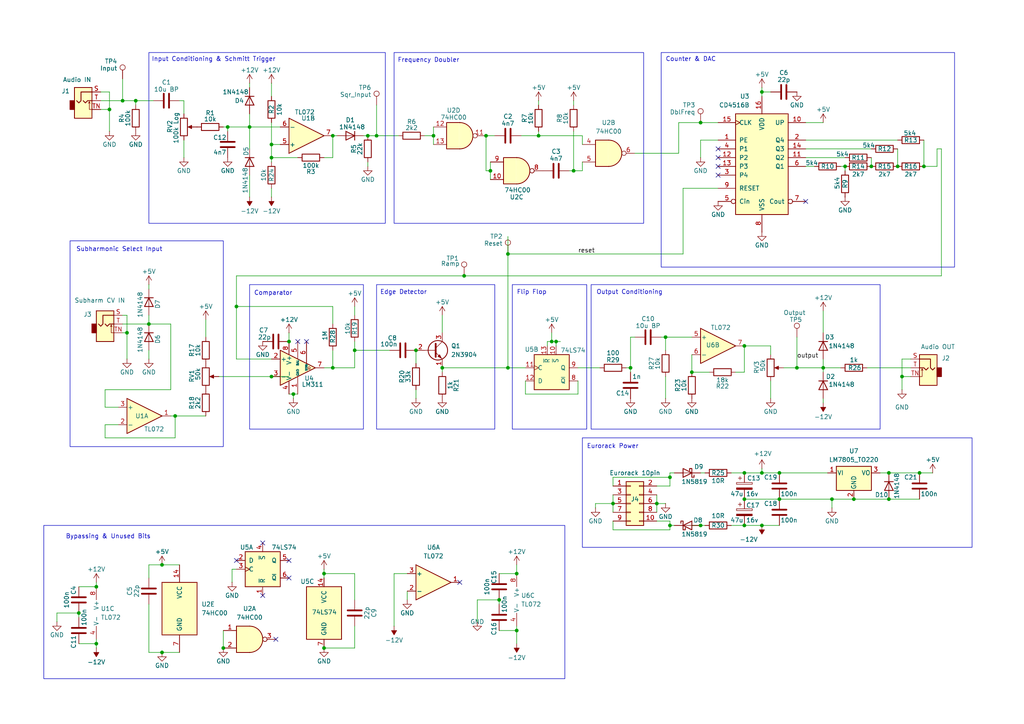
<source format=kicad_sch>
(kicad_sch (version 20250114) (generator "eeschema") (generator_version "9.0")
  (paper "A4")
  (title_block (title "Subharmolizer Schematic") (date "2025-10-18") (rev "3") (company "molen, inc."))
  (rectangle (start 43.18 15.24) (end 111.76 64.77))
  (rectangle (start 109.22 82.55) (end 143.51 124.46))
  (rectangle (start 12.7 152.4) (end 163.83 196.85))
  (rectangle (start 114.3 15.24) (end 186.69 64.77))
  (rectangle (start 148.59 82.55) (end 170.18 124.46))
  (rectangle (start 171.45 82.55) (end 255.27 124.46))
  (rectangle (start 168.91 127) (end 281.94 158.75))
  (rectangle (start 20.32 69.85) (end 64.77 129.54))
  (rectangle (start 72.39 82.55) (end 105.41 124.46))
  (rectangle (start 191.77 15.24) (end 276.86 77.47))
  (text "Bypassing & Unused Bits" (at 19.05 155.702 0) (effects (font (size 1.27 1.27)) (justify left)))
  (text "Eurorack Power" (at 170.18 129.54 0) (effects (font (size 1.27 1.27)) (justify left)))
  (text "Frequency Doubler" (at 115.316 17.526 0) (effects (font (size 1.27 1.27)) (justify left)))
  (text "Counter & DAC" (at 193.04 17.272 0) (effects (font (size 1.27 1.27)) (justify left)))
  (text "Edge Detector" (at 110.236 84.836 0) (effects (font (size 1.27 1.27)) (justify left)))
  (text "Input Conditioning & Schmitt Trigger" (at 61.976 17.272 0) (effects (font (size 1.27 1.27))))
  (text "Flip Flop" (at 149.86 84.836 0) (effects (font (size 1.27 1.27)) (justify left)))
  (text "Output Conditioning" (at 172.974 84.836 0) (effects (font (size 1.27 1.27)) (justify left)))
  (text "Comparator" (at 73.66 85.09 0) (effects (font (size 1.27 1.27)) (justify left)))
  (text "Subharmonic Select Input" (at 22.098 72.39 0) (effects (font (size 1.27 1.27)) (justify left)))
  (junction (at 109.22 39.37))
  (junction (at 245.11 48.26))
  (junction (at 46.99 163.83))
  (junction (at 238.76 106.68))
  (junction (at 35.56 29.21))
  (junction (at 144.78 173.99))
  (junction (at 193.04 97.79))
  (junction (at 128.27 106.68))
  (junction (at 257.81 144.78))
  (junction (at 125.73 39.37))
  (junction (at 149.86 182.88))
  (junction (at 83.82 99.06))
  (junction (at 166.37 49.53))
  (junction (at 156.21 39.37))
  (junction (at 27.94 170.18))
  (junction (at 78.74 109.22))
  (junction (at 39.37 29.21))
  (junction (at 220.98 152.4))
  (junction (at 241.3 144.78))
  (junction (at 31.75 31.75))
  (junction (at 27.94 186.69))
  (junction (at 215.9 100.33))
  (junction (at 78.74 45.72))
  (junction (at 161.29 99.06))
  (junction (at 134.62 80.01))
  (junction (at 215.9 144.78))
  (junction (at 50.8 120.65))
  (junction (at 66.04 36.83))
  (junction (at 147.32 106.68))
  (junction (at 194.31 152.4))
  (junction (at 200.66 107.95))
  (junction (at 147.32 73.66))
  (junction (at 149.86 166.37))
  (junction (at 261.62 109.22))
  (junction (at 36.83 96.52))
  (junction (at 267.97 48.26))
  (junction (at 203.2 152.4))
  (junction (at 190.5 146.05))
  (junction (at 85.09 114.3))
  (junction (at 22.86 177.8))
  (junction (at 226.06 137.16))
  (junction (at 231.14 106.68))
  (junction (at 106.68 39.37))
  (junction (at 194.31 138.43))
  (junction (at 247.65 144.78))
  (junction (at 160.02 99.06))
  (junction (at 96.52 106.68))
  (junction (at 78.74 41.91))
  (junction (at 260.35 48.26))
  (junction (at 64.77 187.96))
  (junction (at 215.9 137.16))
  (junction (at 93.98 166.37))
  (junction (at 252.73 48.26))
  (junction (at 142.24 49.53))
  (junction (at 43.18 93.98))
  (junction (at 266.7 137.16))
  (junction (at 140.97 39.37))
  (junction (at 203.2 35.56))
  (junction (at 182.88 106.68))
  (junction (at 72.39 36.83))
  (junction (at 68.58 88.9))
  (junction (at 96.52 39.37))
  (junction (at 215.9 152.4))
  (junction (at 220.98 137.16))
  (junction (at 177.8 146.05))
  (junction (at 102.87 101.6))
  (junction (at 120.65 101.6))
  (junction (at 46.99 189.23))
  (junction (at 93.98 187.96))
  (junction (at 220.98 26.67))
  (junction (at 226.06 144.78))
  (junction (at 257.81 137.16))
  (no_connect (at 208.28 50.8))
  (no_connect (at 83.82 162.56))
  (no_connect (at 68.58 162.56))
  (no_connect (at 208.28 43.18))
  (no_connect (at 86.36 99.06))
  (no_connect (at 83.82 167.64))
  (no_connect (at 76.2 157.48))
  (no_connect (at 208.28 45.72))
  (no_connect (at 233.68 58.42))
  (no_connect (at 76.2 172.72))
  (no_connect (at 88.9 99.06))
  (no_connect (at 133.35 168.91))
  (no_connect (at 80.01 185.42))
  (no_connect (at 208.28 48.26))
  (wire (pts (xy 143.51 39.37) (xy 140.97 39.37)))
  (wire (pts (xy 245.11 48.26) (xy 245.11 49.53)))
  (wire (pts (xy 128.27 91.44) (xy 128.27 96.52)))
  (wire (pts (xy 113.03 101.6) (xy 102.87 101.6)))
  (wire (pts (xy 144.78 182.88) (xy 149.86 182.88)))
  (wire (pts (xy 142.24 49.53) (xy 142.24 52.07)))
  (wire (pts (xy 140.97 49.53) (xy 142.24 49.53)))
  (wire (pts (xy 190.5 140.97) (xy 194.31 140.97)))
  (wire (pts (xy 35.56 29.21) (xy 39.37 29.21)))
  (wire (pts (xy 138.43 173.99) (xy 144.78 173.99)))
  (wire (pts (xy 102.87 88.9) (xy 102.87 91.44)))
  (wire (pts (xy 128.27 107.95) (xy 128.27 106.68)))
  (wire (pts (xy 68.58 88.9) (xy 68.58 104.14)))
  (wire (pts (xy 53.34 40.64) (xy 53.34 45.72)))
  (wire (pts (xy 144.78 173.99) (xy 144.78 175.26)))
  (wire (pts (xy 200.66 107.95) (xy 205.74 107.95)))
  (wire (pts (xy 215.9 100.33) (xy 215.9 107.95)))
  (wire (pts (xy 78.74 104.14) (xy 68.58 104.14)))
  (wire (pts (xy 215.9 152.4) (xy 220.98 152.4)))
  (wire (pts (xy 257.81 137.16) (xy 266.7 137.16)))
  (wire (pts (xy 93.98 106.68) (xy 96.52 106.68)))
  (wire (pts (xy 220.98 26.67) (xy 220.98 27.94)))
  (wire (pts (xy 158.75 99.06) (xy 160.02 99.06)))
  (wire (pts (xy 165.1 49.53) (xy 166.37 49.53)))
  (wire (pts (xy 83.82 109.22) (xy 78.74 109.22)))
  (wire (pts (xy 261.62 109.22) (xy 261.62 113.03)))
  (wire (pts (xy 109.22 30.48) (xy 109.22 39.37)))
  (wire (pts (xy 251.46 106.68) (xy 264.16 106.68)))
  (wire (pts (xy 231.14 106.68) (xy 238.76 106.68)))
  (wire (pts (xy 271.78 43.18) (xy 271.78 48.26)))
  (wire (pts (xy 194.31 138.43) (xy 194.31 140.97)))
  (wire (pts (xy 233.68 40.64) (xy 260.35 40.64)))
  (wire (pts (xy 22.86 186.69) (xy 27.94 186.69)))
  (wire (pts (xy 134.62 80.01) (xy 273.05 80.01)))
  (wire (pts (xy 30.48 113.03) (xy 30.48 118.11)))
  (wire (pts (xy 156.21 39.37) (xy 156.21 38.1)))
  (wire (pts (xy 226.06 144.78) (xy 241.3 144.78)))
  (wire (pts (xy 35.56 93.98) (xy 43.18 93.98)))
  (wire (pts (xy 182.88 97.79) (xy 182.88 106.68)))
  (wire (pts (xy 16.51 177.8) (xy 22.86 177.8)))
  (wire (pts (xy 215.9 144.78) (xy 226.06 144.78)))
  (wire (pts (xy 168.91 39.37) (xy 168.91 41.91)))
  (wire (pts (xy 78.74 24.13) (xy 78.74 27.94)))
  (wire (pts (xy 200.66 152.4) (xy 203.2 152.4)))
  (wire (pts (xy 147.32 68.58) (xy 147.32 73.66)))
  (wire (pts (xy 236.22 48.26) (xy 233.68 48.26)))
  (wire (pts (xy 264.16 109.22) (xy 261.62 109.22)))
  (wire (pts (xy 151.13 39.37) (xy 156.21 39.37)))
  (wire (pts (xy 190.5 146.05) (xy 190.5 148.59)))
  (wire (pts (xy 223.52 110.49) (xy 223.52 115.57)))
  (wire (pts (xy 194.31 151.13) (xy 194.31 152.4)))
  (wire (pts (xy 149.86 181.61) (xy 149.86 182.88)))
  (wire (pts (xy 257.81 144.78) (xy 266.7 144.78)))
  (wire (pts (xy 191.77 97.79) (xy 193.04 97.79)))
  (wire (pts (xy 43.18 167.64) (xy 43.18 163.83)))
  (wire (pts (xy 166.37 38.1) (xy 166.37 49.53)))
  (wire (pts (xy 260.35 43.18) (xy 260.35 48.26)))
  (wire (pts (xy 233.68 35.56) (xy 238.76 35.56)))
  (wire (pts (xy 138.43 173.99) (xy 138.43 180.34)))
  (wire (pts (xy 66.04 38.1) (xy 66.04 36.83)))
  (wire (pts (xy 109.22 39.37) (xy 115.57 39.37)))
  (wire (pts (xy 208.28 40.64) (xy 203.2 40.64)))
  (wire (pts (xy 35.56 96.52) (xy 36.83 96.52)))
  (wire (pts (xy 30.48 123.19) (xy 34.29 123.19)))
  (wire (pts (xy 29.21 26.67) (xy 31.75 26.67)))
  (wire (pts (xy 106.68 48.26) (xy 106.68 46.99)))
  (wire (pts (xy 43.18 163.83) (xy 46.99 163.83)))
  (wire (pts (xy 78.74 54.61) (xy 78.74 57.15)))
  (wire (pts (xy 160.02 96.52) (xy 160.02 99.06)))
  (wire (pts (xy 114.3 166.37) (xy 118.11 166.37)))
  (wire (pts (xy 241.3 144.78) (xy 247.65 144.78)))
  (wire (pts (xy 144.78 166.37) (xy 149.86 166.37)))
  (wire (pts (xy 215.9 107.95) (xy 213.36 107.95)))
  (wire (pts (xy 85.09 114.3) (xy 86.36 114.3)))
  (wire (pts (xy 203.2 35.56) (xy 208.28 35.56)))
  (wire (pts (xy 123.19 39.37) (xy 125.73 39.37)))
  (wire (pts (xy 83.82 96.52) (xy 83.82 99.06)))
  (wire (pts (xy 177.8 151.13) (xy 177.8 153.67)))
  (wire (pts (xy 128.27 106.68) (xy 147.32 106.68)))
  (wire (pts (xy 261.62 104.14) (xy 264.16 104.14)))
  (wire (pts (xy 160.02 99.06) (xy 161.29 99.06)))
  (wire (pts (xy 142.24 46.99) (xy 142.24 49.53)))
  (wire (pts (xy 266.7 137.16) (xy 270.51 137.16)))
  (wire (pts (xy 198.12 73.66) (xy 147.32 73.66)))
  (wire (pts (xy 39.37 29.21) (xy 44.45 29.21)))
  (wire (pts (xy 194.31 137.16) (xy 194.31 138.43)))
  (wire (pts (xy 43.18 189.23) (xy 46.99 189.23)))
  (wire (pts (xy 114.3 181.61) (xy 114.3 166.37)))
  (wire (pts (xy 182.88 107.95) (xy 182.88 106.68)))
  (wire (pts (xy 106.68 39.37) (xy 109.22 39.37)))
  (wire (pts (xy 66.04 36.83) (xy 72.39 36.83)))
  (wire (pts (xy 247.65 144.78) (xy 257.81 144.78)))
  (wire (pts (xy 43.18 175.26) (xy 43.18 189.23)))
  (wire (pts (xy 29.21 29.21) (xy 35.56 29.21)))
  (wire (pts (xy 50.8 120.65) (xy 49.53 120.65)))
  (wire (pts (xy 193.04 109.22) (xy 193.04 115.57)))
  (wire (pts (xy 156.21 29.21) (xy 156.21 30.48)))
  (wire (pts (xy 50.8 127) (xy 30.48 127)))
  (wire (pts (xy 72.39 36.83) (xy 72.39 43.18)))
  (wire (pts (xy 200.66 102.87) (xy 200.66 107.95)))
  (wire (pts (xy 172.72 146.05) (xy 177.8 146.05)))
  (wire (pts (xy 67.31 165.1) (xy 68.58 165.1)))
  (wire (pts (xy 31.75 26.67) (xy 31.75 31.75)))
  (wire (pts (xy 220.98 137.16) (xy 226.06 137.16)))
  (wire (pts (xy 93.98 166.37) (xy 102.87 166.37)))
  (wire (pts (xy 72.39 50.8) (xy 72.39 57.15)))
  (wire (pts (xy 252.73 45.72) (xy 252.73 48.26)))
  (wire (pts (xy 67.31 165.1) (xy 67.31 168.91)))
  (wire (pts (xy 35.56 22.86) (xy 35.56 29.21)))
  (wire (pts (xy 172.72 147.32) (xy 172.72 146.05)))
  (wire (pts (xy 238.76 104.14) (xy 238.76 106.68)))
  (wire (pts (xy 93.98 45.72) (xy 96.52 45.72)))
  (wire (pts (xy 167.64 110.49) (xy 167.64 114.3)))
  (wire (pts (xy 49.53 113.03) (xy 30.48 113.03)))
  (wire (pts (xy 238.76 115.57) (xy 238.76 116.84)))
  (wire (pts (xy 59.69 92.71) (xy 59.69 97.79)))
  (wire (pts (xy 27.94 168.91) (xy 27.94 170.18)))
  (wire (pts (xy 215.9 137.16) (xy 220.98 137.16)))
  (wire (pts (xy 238.76 96.52) (xy 238.76 90.17)))
  (wire (pts (xy 196.85 44.45) (xy 184.15 44.45)))
  (wire (pts (xy 78.74 35.56) (xy 78.74 41.91)))
  (wire (pts (xy 78.74 45.72) (xy 86.36 45.72)))
  (wire (pts (xy 194.31 152.4) (xy 195.58 152.4)))
  (wire (pts (xy 190.5 151.13) (xy 194.31 151.13)))
  (wire (pts (xy 53.34 29.21) (xy 53.34 33.02)))
  (wire (pts (xy 102.87 101.6) (xy 102.87 106.68)))
  (wire (pts (xy 241.3 147.32) (xy 241.3 144.78)))
  (wire (pts (xy 43.18 82.55) (xy 43.18 83.82)))
  (wire (pts (xy 78.74 45.72) (xy 78.74 46.99)))
  (wire (pts (xy 85.09 115.57) (xy 85.09 114.3)))
  (wire (pts (xy 161.29 100.33) (xy 161.29 99.06)))
  (wire (pts (xy 96.52 101.6) (xy 96.52 106.68)))
  (wire (pts (xy 194.31 137.16) (xy 195.58 137.16)))
  (wire (pts (xy 243.84 48.26) (xy 245.11 48.26)))
  (wire (pts (xy 140.97 49.53) (xy 140.97 39.37)))
  (wire (pts (xy 102.87 181.61) (xy 102.87 187.96)))
  (wire (pts (xy 158.75 100.33) (xy 158.75 99.06)))
  (wire (pts (xy 93.98 165.1) (xy 93.98 166.37)))
  (wire (pts (xy 72.39 33.02) (xy 72.39 36.83)))
  (wire (pts (xy 212.09 152.4) (xy 215.9 152.4)))
  (wire (pts (xy 198.12 54.61) (xy 198.12 73.66)))
  (wire (pts (xy 161.29 99.06) (xy 162.56 99.06)))
  (wire (pts (xy 203.2 40.64) (xy 203.2 45.72)))
  (wire (pts (xy 27.94 187.96) (xy 27.94 186.69)))
  (wire (pts (xy 223.52 100.33) (xy 223.52 102.87)))
  (wire (pts (xy 226.06 137.16) (xy 240.03 137.16)))
  (wire (pts (xy 43.18 101.6) (xy 43.18 104.14)))
  (wire (pts (xy 102.87 173.99) (xy 102.87 166.37)))
  (wire (pts (xy 36.83 91.44) (xy 36.83 96.52)))
  (wire (pts (xy 81.28 36.83) (xy 72.39 36.83)))
  (wire (pts (xy 227.33 106.68) (xy 231.14 106.68)))
  (wire (pts (xy 220.98 26.67) (xy 223.52 26.67)))
  (wire (pts (xy 78.74 41.91) (xy 81.28 41.91)))
  (wire (pts (xy 78.74 41.91) (xy 78.74 45.72)))
  (wire (pts (xy 168.91 49.53) (xy 168.91 46.99)))
  (wire (pts (xy 52.07 189.23) (xy 46.99 189.23)))
  (wire (pts (xy 173.99 106.68) (xy 167.64 106.68)))
  (wire (pts (xy 39.37 29.21) (xy 39.37 30.48)))
  (wire (pts (xy 220.98 25.4) (xy 220.98 26.67)))
  (wire (pts (xy 177.8 143.51) (xy 177.8 146.05)))
  (wire (pts (xy 231.14 97.79) (xy 231.14 106.68)))
  (wire (pts (xy 35.56 91.44) (xy 36.83 91.44)))
  (wire (pts (xy 233.68 43.18) (xy 252.73 43.18)))
  (wire (pts (xy 31.75 31.75) (xy 31.75 38.1)))
  (wire (pts (xy 238.76 107.95) (xy 238.76 106.68)))
  (wire (pts (xy 66.04 36.83) (xy 64.77 36.83)))
  (wire (pts (xy 72.39 24.13) (xy 72.39 25.4)))
  (wire (pts (xy 50.8 120.65) (xy 50.8 127)))
  (wire (pts (xy 147.32 73.66) (xy 147.32 106.68)))
  (wire (pts (xy 212.09 137.16) (xy 215.9 137.16)))
  (wire (pts (xy 182.88 106.68) (xy 181.61 106.68)))
  (wire (pts (xy 68.58 80.01) (xy 134.62 80.01)))
  (wire (pts (xy 267.97 40.64) (xy 267.97 48.26)))
  (wire (pts (xy 233.68 45.72) (xy 245.11 45.72)))
  (wire (pts (xy 194.31 153.67) (xy 194.31 152.4)))
  (wire (pts (xy 273.05 43.18) (xy 271.78 43.18)))
  (wire (pts (xy 96.52 39.37) (xy 97.79 39.37)))
  (wire (pts (xy 149.86 182.88) (xy 149.86 186.69)))
  (wire (pts (xy 102.87 187.96) (xy 93.98 187.96)))
  (wire (pts (xy 27.94 186.69) (xy 27.94 185.42)))
  (wire (pts (xy 273.05 80.01) (xy 273.05 43.18)))
  (wire (pts (xy 196.85 35.56) (xy 196.85 44.45)))
  (wire (pts (xy 30.48 118.11) (xy 34.29 118.11)))
  (wire (pts (xy 215.9 100.33) (xy 223.52 100.33)))
  (wire (pts (xy 177.8 146.05) (xy 177.8 148.59)))
  (wire (pts (xy 49.53 93.98) (xy 43.18 93.98)))
  (wire (pts (xy 53.34 29.21) (xy 52.07 29.21)))
  (wire (pts (xy 96.52 106.68) (xy 102.87 106.68)))
  (wire (pts (xy 49.53 93.98) (xy 49.53 113.03)))
  (wire (pts (xy 177.8 153.67) (xy 194.31 153.67)))
  (wire (pts (xy 85.09 114.3) (xy 83.82 114.3)))
  (wire (pts (xy 22.86 170.18) (xy 27.94 170.18)))
  (wire (pts (xy 43.18 91.44) (xy 43.18 93.98)))
  (wire (pts (xy 16.51 177.8) (xy 16.51 180.34)))
  (wire (pts (xy 68.58 80.01) (xy 68.58 88.9)))
  (wire (pts (xy 152.4 114.3) (xy 152.4 110.49)))
  (wire (pts (xy 203.2 137.16) (xy 204.47 137.16)))
  (wire (pts (xy 196.85 35.56) (xy 203.2 35.56)))
  (wire (pts (xy 226.06 152.4) (xy 220.98 152.4)))
  (wire (pts (xy 156.21 39.37) (xy 168.91 39.37)))
  (wire (pts (xy 193.04 97.79) (xy 193.04 101.6)))
  (wire (pts (xy 96.52 45.72) (xy 96.52 39.37)))
  (wire (pts (xy 120.65 101.6) (xy 120.65 105.41)))
  (wire (pts (xy 96.52 93.98) (xy 96.52 88.9)))
  (wire (pts (xy 208.28 54.61) (xy 198.12 54.61)))
  (wire (pts (xy 30.48 127) (xy 30.48 123.19)))
  (wire (pts (xy 125.73 36.83) (xy 125.73 39.37)))
  (wire (pts (xy 166.37 29.21) (xy 166.37 30.48)))
  (wire (pts (xy 125.73 39.37) (xy 125.73 41.91)))
  (wire (pts (xy 118.11 171.45) (xy 118.11 173.99)))
  (wire (pts (xy 190.5 146.05) (xy 193.04 146.05)))
  (wire (pts (xy 261.62 109.22) (xy 261.62 104.14)))
  (wire (pts (xy 177.8 140.97) (xy 177.8 138.43)))
  (wire (pts (xy 105.41 39.37) (xy 106.68 39.37)))
  (wire (pts (xy 167.64 114.3) (xy 152.4 114.3)))
  (wire (pts (xy 59.69 120.65) (xy 50.8 120.65)))
  (wire (pts (xy 52.07 163.83) (xy 46.99 163.83)))
  (wire (pts (xy 93.98 166.37) (xy 93.98 167.64)))
  (wire (pts (xy 63.5 109.22) (xy 78.74 109.22)))
  (wire (pts (xy 193.04 97.79) (xy 200.66 97.79)))
  (wire (pts (xy 238.76 106.68) (xy 243.84 106.68)))
  (wire (pts (xy 190.5 143.51) (xy 190.5 146.05)))
  (wire (pts (xy 147.32 106.68) (xy 152.4 106.68)))
  (wire (pts (xy 255.27 137.16) (xy 257.81 137.16)))
  (wire (pts (xy 203.2 152.4) (xy 204.47 152.4)))
  (wire (pts (xy 68.58 88.9) (xy 96.52 88.9)))
  (wire (pts (xy 149.86 163.83) (xy 149.86 166.37)))
  (wire (pts (xy 64.77 182.88) (xy 64.77 187.96)))
  (wire (pts (xy 120.65 113.03) (xy 120.65 115.57)))
  (wire (pts (xy 36.83 96.52) (xy 36.83 104.14)))
  (wire (pts (xy 271.78 48.26) (xy 267.97 48.26)))
  (wire (pts (xy 102.87 99.06) (xy 102.87 101.6)))
  (wire (pts (xy 29.21 31.75) (xy 31.75 31.75)))
  (wire (pts (xy 166.37 49.53) (xy 168.91 49.53)))
  (wire (pts (xy 220.98 135.89) (xy 220.98 137.16)))
  (wire (pts (xy 177.8 138.43) (xy 194.31 138.43)))
  (wire (pts (xy 182.88 97.79) (xy 184.15 97.79)))
  (wire (pts (xy 22.86 177.8) (xy 22.86 179.07)))
  (label "output" (at 231.14 104.14 0))
  (label "reset" (at 167.64 73.66 0))
  (symbol (lib_name "74LS74_2") (lib_id "74xx:74LS74") (at 76.2 165.1 0) (unit 1)
    (property "Reference" "U5" (at 69.596 158.75 0) (effects (justify left)))
    (property "Value" "74LS74" (at 78.74 158.75 0) (effects (justify left)))
    (property "Footprint" "Package_DIP:DIP-14_W7.62mm" (effects (hide yes)))
    (property "Datasheet" "74xx/74hc_hct74.pdf" (effects (hide yes)))
    (property "Description" "Dual D Flip-flop, Set & Reset" (effects (hide yes)))
  )
  (symbol (lib_id "power:GND") (at 36.83 104.14 0) (unit 1)
    (property "Reference" "#PWR021" (effects (hide yes)))
    (property "Value" "GND" (at 36.83 107.95 0))
    (property "Description" "Power symbol creates a global label with name \"GND\" , ground" (effects (hide yes)))
  )
  (symbol (lib_id "Device:C") (at 48.26 29.21 90) (unit 1)
    (property "Reference" "C1" (at 48.26 23.876 90))
    (property "Value" "10u BP" (at 48.26 25.908 90))
    (property "Footprint" "Capacitor_THT:C_Radial_D5.0mm_H5.0mm_P2.00mm" (effects (hide yes)))
    (property "Description" "Unpolarized capacitor" (effects (hide yes)))
  )
  (symbol (lib_id "Device:R") (at 245.11 53.34 0) (unit 1)
    (property "Reference" "R9" (at 245.11 53.34 90))
    (property "Value" "5k4" (at 242.824 53.086 90))
    (property "Footprint" "Resistor_THT:R_Axial_DIN0207_L6.3mm_D2.5mm_P2.54mm_Vertical" (effects (hide yes)))
    (property "Description" "Resistor" (effects (hide yes)))
  )
  (symbol (lib_id "Device:R_Potentiometer") (at 59.69 109.22 0) (unit 1)
    (property "Reference" "RV1" (at 55.626 107.188 90) (effects (justify right)))
    (property "Value" "50k" (at 57.404 106.68 90) (effects (justify right)))
    (property "Footprint" "molen:Potentiometer_Alpha_RD901F-40-00D_Single_Vertical_CircularHoles" (effects (hide yes)))
    (property "Description" "Linear Potentiometer" (effects (hide yes)))
  )
  (symbol (lib_id "Amplifier_Operational:TL072") (at 125.73 168.91 0) (unit 1)
    (property "Reference" "U6" (at 125.73 158.75 0))
    (property "Value" "TL072" (at 125.73 161.29 0))
    (property "Footprint" "Package_DIP:DIP-8_W7.62mm" (effects (hide yes)))
    (property "Datasheet" "http://www.ti.com/lit/ds/symlink/tl071.pdf" (effects (hide yes)))
    (property "Description" "Dual Low-Noise JFET-Input Operational Amplifiers, DIP-8/SOIC-8" (effects (hide yes)))
  )
  (symbol (lib_id "Diode:1N4148") (at 43.18 87.63 270) (unit 1)
    (property "Reference" "D7" (at 45.72 86.868 0) (effects (justify left)))
    (property "Value" "1N4148" (at 40.64 84.582 0) (effects (justify left)))
    (property "Footprint" "Diode_THT:D_DO-35_SOD27_P7.62mm_Horizontal" (effects (hide yes)))
    (property "Datasheet" "https://assets.nexperia.com/documents/data-sheet/1N4148_1N4448.pdf" (effects (hide yes)))
    (property "Description" "100V 0.15A standard switching diode, DO-35" (effects (hide yes)))
    (property "Sim.Device" "D" (effects (hide yes)))
    (property "Sim.Pins" "1=K 2=A" (effects (hide yes)))
  )
  (symbol (lib_id "power:+12V") (at 27.94 168.91 0) (unit 1)
    (property "Reference" "#PWR06" (effects (hide yes)))
    (property "Value" "+12V" (at 27.94 165.1 0))
    (property "Description" "Power symbol creates a global label with name \"+12V\"" (effects (hide yes)))
  )
  (symbol (lib_id "power:+5V") (at 270.51 137.16 0) (unit 1)
    (property "Reference" "#PWR057" (effects (hide yes)))
    (property "Value" "+5V" (at 270.51 133.35 0))
    (property "Description" "Power symbol creates a global label with name \"+5V\"" (effects (hide yes)))
  )
  (symbol (lib_id "power:-12V") (at 220.98 152.4 0) (mirror x) (unit 1)
    (property "Reference" "#PWR055" (effects (hide yes)))
    (property "Value" "-12V" (at 217.17 156.464 0))
    (property "Description" "Power symbol creates a global label with name \"-12V\"" (effects (hide yes)))
  )
  (symbol (lib_id "Device:R") (at 248.92 45.72 270) (unit 1)
    (property "Reference" "R11" (at 248.92 45.72 90))
    (property "Value" "5k4" (at 244.348 44.704 90))
    (property "Footprint" "Resistor_THT:R_Axial_DIN0207_L6.3mm_D2.5mm_P2.54mm_Vertical" (effects (hide yes)))
    (property "Description" "Resistor" (effects (hide yes)))
  )
  (symbol (lib_id "Device:R") (at 59.69 116.84 180) (unit 1)
    (property "Reference" "R18" (at 55.626 116.84 90))
    (property "Value" "2k2" (at 57.404 116.84 90))
    (property "Footprint" "Resistor_THT:R_Axial_DIN0207_L6.3mm_D2.5mm_P7.62mm_Horizontal" (effects (hide yes)))
    (property "Description" "Resistor" (effects (hide yes)))
  )
  (symbol (lib_id "power:GND") (at 261.62 113.03 0) (unit 1)
    (property "Reference" "#PWR02" (effects (hide yes)))
    (property "Value" "GND" (at 261.62 118.11 0))
    (property "Description" "Power symbol creates a global label with name \"GND\" , ground" (effects (hide yes)))
  )
  (symbol (lib_id "power:GND") (at 241.3 147.32 0) (unit 1)
    (property "Reference" "#PWR054" (effects (hide yes)))
    (property "Value" "GND" (at 241.3 151.13 0))
    (property "Description" "Power symbol creates a global label with name \"GND\" , ground" (effects (hide yes)))
  )
  (symbol (lib_id "Amplifier_Operational:TL072") (at 41.91 120.65 0) (unit 1)
    (property "Reference" "U1" (at 41.148 120.65 0))
    (property "Value" "TL072" (at 44.704 124.46 0))
    (property "Footprint" "Package_DIP:DIP-8_W7.62mm" (effects (hide yes)))
    (property "Datasheet" "http://www.ti.com/lit/ds/symlink/tl071.pdf" (effects (hide yes)))
    (property "Description" "Dual Low-Noise JFET-Input Operational Amplifiers, DIP-8/SOIC-8" (effects (hide yes)))
  )
  (symbol (lib_id "power:+5V") (at 156.21 29.21 0) (unit 1)
    (property "Reference" "#PWR011" (effects (hide yes)))
    (property "Value" "+5V" (at 156.21 25.4 0))
    (property "Description" "Power symbol creates a global label with name \"+5V\"" (effects (hide yes)))
  )
  (symbol (lib_id "Diode:1N4148") (at 43.18 97.79 270) (unit 1)
    (property "Reference" "D6" (at 45.72 97.028 0) (effects (justify left)))
    (property "Value" "1N4148" (at 40.64 94.742 0) (effects (justify left)))
    (property "Footprint" "Diode_THT:D_DO-35_SOD27_P7.62mm_Horizontal" (effects (hide yes)))
    (property "Datasheet" "https://assets.nexperia.com/documents/data-sheet/1N4148_1N4448.pdf" (effects (hide yes)))
    (property "Description" "100V 0.15A standard switching diode, DO-35" (effects (hide yes)))
    (property "Sim.Device" "D" (effects (hide yes)))
    (property "Sim.Pins" "1=K 2=A" (effects (hide yes)))
  )
  (symbol (lib_id "Transistor_BJT:2N3904") (at 125.73 101.6 0) (unit 1)
    (property "Reference" "Q1" (at 130.81 100.3299 0) (effects (justify left)))
    (property "Value" "2N3904" (at 130.81 102.8699 0) (effects (justify left)))
    (property "Footprint" "Package_TO_SOT_THT:TO-92_Inline" (effects (hide yes)))
    (property "Datasheet" "https://www.onsemi.com/pub/Collateral/2N3903-D.PDF" (effects (hide yes)))
    (property "Description" "0.2A Ic, 40V Vce, Small Signal NPN Transistor, TO-92" (effects (hide yes)))
  )
  (symbol (lib_id "Connector:TestPoint") (at 231.14 97.79 0) (unit 1)
    (property "Reference" "TP5" (at 232.664 92.71 0) (effects (justify right)))
    (property "Value" "Output" (at 233.68 90.678 0) (effects (justify right)))
    (property "Footprint" "TestPoint:TestPoint_THTPad_D1.0mm_Drill0.5mm" (effects (hide yes)))
    (property "Description" "test point" (effects (hide yes)))
  )
  (symbol (lib_id "Device:C") (at 66.04 41.91 180) (unit 1)
    (property "Reference" "C12" (at 63.754 39.878 0))
    (property "Value" "4n7" (at 63.754 44.196 0))
    (property "Footprint" "Capacitor_THT:C_Rect_L7.0mm_W2.5mm_P5.00mm" (effects (hide yes)))
    (property "Description" "Unpolarized capacitor" (effects (hide yes)))
  )
  (symbol (lib_id "Diode:1N5819") (at 199.39 152.4 0) (unit 1)
    (property "Reference" "D8" (at 202.438 150.876 0))
    (property "Value" "1N5819" (at 201.422 154.94 0))
    (property "Footprint" "Diode_THT:D_DO-41_SOD81_P10.16mm_Horizontal" (effects (hide yes)))
    (property "Datasheet" "http://www.vishay.com/docs/88525/1n5817.pdf" (effects (hide yes)))
    (property "Description" "40V 1A Schottky Barrier Rectifier Diode, DO-41" (effects (hide yes)))
  )
  (symbol (lib_id "power:+5V") (at 160.02 96.52 0) (unit 1)
    (property "Reference" "#PWR029" (effects (hide yes)))
    (property "Value" "+5V" (at 160.02 92.71 0))
    (property "Description" "Power symbol creates a global label with name \"+5V\"" (effects (hide yes)))
  )
  (symbol (lib_id "Device:C") (at 80.01 99.06 270) (mirror x) (unit 1)
    (property "Reference" "C7" (at 76.454 95.758 90))
    (property "Value" "22p" (at 76.708 97.79 90))
    (property "Footprint" "Capacitor_THT:C_Disc_D3.8mm_W2.6mm_P2.50mm" (effects (hide yes)))
    (property "Description" "Unpolarized capacitor" (effects (hide yes)))
  )
  (symbol (lib_id "Connector:TestPoint") (at 203.2 35.56 0) (unit 1)
    (property "Reference" "TP3" (at 201.676 30.48 0) (effects (justify right)))
    (property "Value" "DblFreq" (at 201.676 32.512 0) (effects (justify right)))
    (property "Footprint" "TestPoint:TestPoint_THTPad_D1.0mm_Drill0.5mm" (effects (hide yes)))
    (property "Description" "test point" (effects (hide yes)))
  )
  (symbol (lib_id "Device:R") (at 248.92 48.26 270) (unit 1)
    (property "Reference" "R14" (at 248.92 48.26 90))
    (property "Value" "2k7" (at 248.92 50.546 90))
    (property "Footprint" "Resistor_THT:R_Axial_DIN0207_L6.3mm_D2.5mm_P2.54mm_Vertical" (effects (hide yes)))
    (property "Description" "Resistor" (effects (hide yes)))
  )
  (symbol (lib_id "Device:R") (at 78.74 50.8 180) (unit 1)
    (property "Reference" "R24" (at 78.74 50.8 90))
    (property "Value" "10k" (at 76.454 50.8 90))
    (property "Footprint" "Resistor_THT:R_Axial_DIN0207_L6.3mm_D2.5mm_P7.62mm_Horizontal" (effects (hide yes)))
    (property "Description" "Resistor" (effects (hide yes)))
  )
  (symbol (lib_id "power:GND") (at 138.43 180.34 0) (unit 1)
    (property "Reference" "#PWR051" (effects (hide yes)))
    (property "Value" "GND" (at 138.43 180.34 0))
    (property "Description" "Power symbol creates a global label with name \"GND\" , ground" (effects (hide yes)))
  )
  (symbol (lib_id "Device:R") (at 119.38 39.37 90) (unit 1)
    (property "Reference" "R6" (at 119.38 35.306 90))
    (property "Value" "2k2" (at 119.38 37.084 90))
    (property "Footprint" "Resistor_THT:R_Axial_DIN0207_L6.3mm_D2.5mm_P7.62mm_Horizontal" (effects (hide yes)))
    (property "Description" "Resistor" (effects (hide yes)))
  )
  (symbol (lib_id "power:GND") (at 193.04 146.05 0) (unit 1)
    (property "Reference" "#PWR053" (effects (hide yes)))
    (property "Value" "GND" (at 193.04 149.86 0))
    (property "Description" "Power symbol creates a global label with name \"GND\" , ground" (effects (hide yes)))
  )
  (symbol (lib_id "power:GND") (at 67.31 168.91 0) (unit 1)
    (property "Reference" "#PWR030" (effects (hide yes)))
    (property "Value" "GND" (at 67.31 172.72 0))
    (property "Description" "Power symbol creates a global label with name \"GND\" , ground" (effects (hide yes)))
  )
  (symbol (lib_id "Device:C") (at 116.84 101.6 270) (mirror x) (unit 1)
    (property "Reference" "C8" (at 113.792 98.044 90))
    (property "Value" "100n" (at 112.776 99.822 90))
    (property "Footprint" "Capacitor_THT:C_Rect_L7.0mm_W2.5mm_P5.00mm" (effects (hide yes)))
    (property "Description" "Unpolarized capacitor" (effects (hide yes)))
  )
  (symbol (lib_id "power:GND") (at 64.77 187.96 0) (unit 1)
    (property "Reference" "#PWR010" (effects (hide yes)))
    (property "Value" "GND" (at 64.77 191.77 0))
    (property "Description" "Power symbol creates a global label with name \"GND\" , ground" (effects (hide yes)))
  )
  (symbol (lib_id "Device:C") (at 22.86 173.99 180) (unit 1)
    (property "Reference" "C4" (at 21.336 171.196 90))
    (property "Value" "100n" (at 19.304 173.99 90))
    (property "Footprint" "Capacitor_THT:C_Rect_L7.0mm_W2.5mm_P5.00mm" (effects (hide yes)))
    (property "Description" "Unpolarized capacitor" (effects (hide yes)))
  )
  (symbol (lib_id "power:GND") (at 46.99 189.23 0) (unit 1)
    (property "Reference" "#PWR08" (effects (hide yes)))
    (property "Value" "GND" (at 46.99 193.04 0))
    (property "Description" "Power symbol creates a global label with name \"GND\" , ground" (effects (hide yes)))
  )
  (symbol (lib_id "Device:C") (at 144.78 179.07 180) (unit 1)
    (property "Reference" "C16" (at 143.256 182.372 90))
    (property "Value" "100n" (at 146.304 175.26 90))
    (property "Footprint" "Capacitor_THT:C_Rect_L7.0mm_W2.5mm_P5.00mm" (effects (hide yes)))
    (property "Description" "Unpolarized capacitor" (effects (hide yes)))
  )
  (symbol (lib_id "power:-12V") (at 72.39 57.15 0) (mirror x) (unit 1)
    (property "Reference" "#PWR040" (effects (hide yes)))
    (property "Value" "-12V" (at 72.39 61.214 0))
    (property "Description" "Power symbol creates a global label with name \"-12V\"" (effects (hide yes)))
  )
  (symbol (lib_id "Device:R") (at 106.68 43.18 180) (unit 1)
    (property "Reference" "R5" (at 102.616 43.18 90))
    (property "Value" "22k" (at 104.394 43.18 90))
    (property "Footprint" "Resistor_THT:R_Axial_DIN0207_L6.3mm_D2.5mm_P7.62mm_Horizontal" (effects (hide yes)))
    (property "Description" "Resistor" (effects (hide yes)))
  )
  (symbol (lib_id "Connector_Audio:AudioJack2_SwitchT") (at 24.13 29.21 0) (unit 1)
    (property "Reference" "J1" (at 19.05 26.416 0))
    (property "Value" "Audio IN" (at 22.352 23.114 0))
    (property "Footprint" "AudioJacks:Jack_3.5mm_QingPu_WQP-PJ398SM_Vertical" (effects (hide yes)))
    (property "Description" "Audio Jack, 2 Poles (Mono / TS), Switched T Pole (Normalling)" (effects (hide yes)))
  )
  (symbol (lib_id "power:GND") (at 53.34 45.72 0) (unit 1)
    (property "Reference" "#PWR032" (effects (hide yes)))
    (property "Value" "GND" (at 53.34 49.53 0))
    (property "Description" "Power symbol creates a global label with name \"GND\" , ground" (effects (hide yes)))
  )
  (symbol (lib_id "Amplifier_Operational:TL072") (at 152.4 173.99 0) (unit 3)
    (property "Reference" "U6" (at 151.13 172.7199 0) (effects (justify left)))
    (property "Value" "TL072" (at 151.13 175.2599 0) (effects (justify left)))
    (property "Footprint" "Package_DIP:DIP-8_W7.62mm" (effects (hide yes)))
    (property "Datasheet" "http://www.ti.com/lit/ds/symlink/tl071.pdf" (effects (hide yes)))
    (property "Description" "Dual Low-Noise JFET-Input Operational Amplifiers, DIP-8/SOIC-8" (effects (hide yes)))
  )
  (symbol (lib_id "Device:R") (at 208.28 137.16 270) (unit 1)
    (property "Reference" "R25" (at 208.28 137.16 90))
    (property "Value" "10R" (at 208.28 139.446 90))
    (property "Footprint" "Resistor_THT:R_Axial_DIN0207_L6.3mm_D2.5mm_P7.62mm_Horizontal" (effects (hide yes)))
    (property "Description" "Resistor" (effects (hide yes)))
  )
  (symbol (lib_id "power:+5V") (at 43.18 82.55 0) (unit 1)
    (property "Reference" "#PWR042" (effects (hide yes)))
    (property "Value" "+5V" (at 43.18 78.74 0))
    (property "Description" "Power symbol creates a global label with name \"+5V\"" (effects (hide yes)))
  )
  (symbol (lib_id "Diode:1N4148") (at 257.81 140.97 270) (unit 1)
    (property "Reference" "D10" (at 253.746 143.51 90) (effects (justify left)))
    (property "Value" "1N4148" (at 260.096 137.16 0) (effects (justify left)))
    (property "Footprint" "Diode_THT:D_DO-35_SOD27_P7.62mm_Horizontal" (effects (hide yes)))
    (property "Datasheet" "https://assets.nexperia.com/documents/data-sheet/1N4148_1N4448.pdf" (effects (hide yes)))
    (property "Description" "100V 0.15A standard switching diode, DO-35" (effects (hide yes)))
    (property "Sim.Device" "D" (effects (hide yes)))
    (property "Sim.Pins" "1=K 2=A" (effects (hide yes)))
  )
  (symbol (lib_id "74xx:74HC00") (at 52.07 176.53 0) (unit 5)
    (property "Reference" "U2" (at 58.42 175.2599 0) (effects (justify left)))
    (property "Value" "74HC00" (at 58.42 177.7999 0) (effects (justify left)))
    (property "Footprint" "Package_DIP:DIP-14_W7.62mm" (effects (hide yes)))
    (property "Datasheet" "http://www.ti.com/lit/gpn/sn74hc00" (effects (hide yes)))
    (property "Description" "quad 2-input NAND gate" (effects (hide yes)))
  )
  (symbol (lib_id "Device:C") (at 43.18 171.45 180) (unit 1)
    (property "Reference" "C5" (at 37.592 171.45 90))
    (property "Value" "22p" (at 39.624 171.45 90))
    (property "Footprint" "Capacitor_THT:C_Disc_D3.8mm_W2.6mm_P2.50mm" (effects (hide yes)))
    (property "Description" "Unpolarized capacitor" (effects (hide yes)))
  )
  (symbol (lib_id "power:GND") (at 128.27 115.57 0) (unit 1)
    (property "Reference" "#PWR028" (effects (hide yes)))
    (property "Value" "GND" (at 128.27 119.38 0))
    (property "Description" "Power symbol creates a global label with name \"GND\" , ground" (effects (hide yes)))
  )
  (symbol (lib_id "power:+12V") (at 72.39 24.13 0) (unit 1)
    (property "Reference" "#PWR039" (effects (hide yes)))
    (property "Value" "+12V" (at 72.39 20.32 0))
    (property "Description" "Power symbol creates a global label with name \"+12V\"" (effects (hide yes)))
  )
  (symbol (lib_id "Device:C") (at 182.88 111.76 180) (unit 1)
    (property "Reference" "C14" (at 180.594 114.046 0))
    (property "Value" "1n" (at 184.658 109.22 0))
    (property "Footprint" "Capacitor_THT:C_Rect_L7.0mm_W2.5mm_P5.00mm" (effects (hide yes)))
    (property "Description" "Unpolarized capacitor" (effects (hide yes)))
  )
  (symbol (lib_id "Device:R") (at 177.8 106.68 270) (unit 1)
    (property "Reference" "R29" (at 177.8 104.394 90))
    (property "Value" "100" (at 177.8 102.362 90))
    (property "Footprint" "Resistor_THT:R_Axial_DIN0207_L6.3mm_D2.5mm_P7.62mm_Horizontal" (effects (hide yes)))
    (property "Description" "Resistor" (effects (hide yes)))
  )
  (symbol (lib_id "power:GND") (at 231.14 26.67 0) (unit 1)
    (property "Reference" "#PWR016" (effects (hide yes)))
    (property "Value" "GND" (at 231.14 30.48 0))
    (property "Description" "Power symbol creates a global label with name \"GND\" , ground" (effects (hide yes)))
  )
  (symbol (lib_id "power:GND") (at 193.04 115.57 0) (unit 1)
    (property "Reference" "#PWR043" (effects (hide yes)))
    (property "Value" "GND" (at 193.04 119.38 0))
    (property "Description" "Power symbol creates a global label with name \"GND\" , ground" (effects (hide yes)))
  )
  (symbol (lib_id "power:GND") (at 172.72 147.32 0) (unit 1)
    (property "Reference" "#PWR052" (effects (hide yes)))
    (property "Value" "GND" (at 172.72 151.13 0))
    (property "Description" "Power symbol creates a global label with name \"GND\" , ground" (effects (hide yes)))
  )
  (symbol (lib_id "power:GND") (at 203.2 45.72 0) (unit 1)
    (property "Reference" "#PWR013" (effects (hide yes)))
    (property "Value" "GND" (at 203.2 49.53 0))
    (property "Description" "Power symbol creates a global label with name \"GND\" , ground" (effects (hide yes)))
  )
  (symbol (lib_id "Device:R") (at 240.03 48.26 270) (unit 1)
    (property "Reference" "R10" (at 240.03 48.26 90))
    (property "Value" "5k4" (at 235.458 47.244 90))
    (property "Footprint" "Resistor_THT:R_Axial_DIN0207_L6.3mm_D2.5mm_P2.54mm_Vertical" (effects (hide yes)))
    (property "Description" "Resistor" (effects (hide yes)))
  )
  (symbol (lib_id "Device:R") (at 60.96 36.83 90) (unit 1)
    (property "Reference" "R1" (at 60.96 32.766 90))
    (property "Value" "10k" (at 60.96 34.544 90))
    (property "Footprint" "Resistor_THT:R_Axial_DIN0207_L6.3mm_D2.5mm_P7.62mm_Horizontal" (effects (hide yes)))
    (property "Description" "Resistor" (effects (hide yes)))
  )
  (symbol (lib_id "74xx:74LS74") (at 160.02 107.95 0) (unit 2)
    (property "Reference" "U5" (at 156.21 101.346 0) (effects (justify right)))
    (property "Value" "74LS74" (at 162.56 101.6 0) (effects (justify left)))
    (property "Footprint" "Package_DIP:DIP-14_W7.62mm" (effects (hide yes)))
    (property "Datasheet" "74xx/74hc_hct74.pdf" (effects (hide yes)))
    (property "Description" "Dual D Flip-flop, Set & Reset" (effects (hide yes)))
  )
  (symbol (lib_id "power:+5V") (at 102.87 88.9 0) (unit 1)
    (property "Reference" "#PWR025" (effects (hide yes)))
    (property "Value" "+5V" (at 102.87 85.09 0))
    (property "Description" "Power symbol creates a global label with name \"+5V\"" (effects (hide yes)))
  )
  (symbol (lib_id "power:-12V") (at 238.76 116.84 0) (mirror x) (unit 1)
    (property "Reference" "#PWR038" (effects (hide yes)))
    (property "Value" "-12V" (at 238.76 120.904 0))
    (property "Description" "Power symbol creates a global label with name \"-12V\"" (effects (hide yes)))
  )
  (symbol (lib_id "power:GND") (at 106.68 48.26 0) (unit 1)
    (property "Reference" "#PWR05" (effects (hide yes)))
    (property "Value" "GND" (at 106.68 52.07 0))
    (property "Description" "Power symbol creates a global label with name \"GND\" , ground" (effects (hide yes)))
  )
  (symbol (lib_id "Device:C") (at 144.78 170.18 180) (unit 1)
    (property "Reference" "C15" (at 143.256 167.386 90))
    (property "Value" "100n" (at 141.224 170.18 90))
    (property "Footprint" "Capacitor_THT:C_Rect_L7.0mm_W2.5mm_P5.00mm" (effects (hide yes)))
    (property "Description" "Unpolarized capacitor" (effects (hide yes)))
  )
  (symbol (lib_id "power:GND") (at 43.18 104.14 0) (unit 1)
    (property "Reference" "#PWR041" (effects (hide yes)))
    (property "Value" "GND" (at 43.18 107.95 0))
    (property "Description" "Power symbol creates a global label with name \"GND\" , ground" (effects (hide yes)))
  )
  (symbol (lib_id "power:GND") (at 85.09 115.57 0) (unit 1)
    (property "Reference" "#PWR023" (effects (hide yes)))
    (property "Value" "GND" (at 85.09 119.38 0))
    (property "Description" "Power symbol creates a global label with name \"GND\" , ground" (effects (hide yes)))
  )
  (symbol (lib_id "Diode:1N4148") (at 101.6 39.37 0) (mirror y) (unit 1)
    (property "Reference" "D1" (at 101.6 34.798 0))
    (property "Value" "1N4148" (at 102.108 36.83 0))
    (property "Footprint" "Diode_THT:D_DO-35_SOD27_P7.62mm_Horizontal" (effects (hide yes)))
    (property "Datasheet" "https://assets.nexperia.com/documents/data-sheet/1N4148_1N4448.pdf" (effects (hide yes)))
    (property "Description" "100V 0.15A standard switching diode, DO-35" (effects (hide yes)))
    (property "Sim.Device" "D" (effects (hide yes)))
    (property "Sim.Pins" "1=K 2=A" (effects (hide yes)))
  )
  (symbol (lib_name "74LS74_1") (lib_id "74xx:74LS74") (at 93.98 177.8 0) (unit 3)
    (property "Reference" "U5" (at 87.122 168.656 0) (effects (justify left)))
    (property "Value" "74LS74" (at 90.424 177.546 0) (effects (justify left)))
    (property "Footprint" "Package_DIP:DIP-14_W7.62mm" (effects (hide yes)))
    (property "Datasheet" "74xx/74hc_hct74.pdf" (effects (hide yes)))
    (property "Description" "Dual D Flip-flop, Set & Reset" (effects (hide yes)))
  )
  (symbol (lib_id "power:GND") (at 223.52 115.57 0) (unit 1)
    (property "Reference" "#PWR048" (effects (hide yes)))
    (property "Value" "GND" (at 223.52 119.38 0))
    (property "Description" "Power symbol creates a global label with name \"GND\" , ground" (effects (hide yes)))
  )
  (symbol (lib_id "Device:C") (at 161.29 49.53 90) (unit 1)
    (property "Reference" "C3" (at 161.29 43.942 90))
    (property "Value" "4n7" (at 161.29 45.974 90))
    (property "Footprint" "Capacitor_THT:C_Rect_L7.0mm_W2.5mm_P5.00mm" (effects (hide yes)))
    (property "Description" "Unpolarized capacitor" (effects (hide yes)))
  )
  (symbol (lib_id "power:GND") (at 93.98 187.96 0) (unit 1)
    (property "Reference" "#PWR033" (effects (hide yes)))
    (property "Value" "GND" (at 93.98 191.77 0))
    (property "Description" "Power symbol creates a global label with name \"GND\" , ground" (effects (hide yes)))
  )
  (symbol (lib_id "Device:C") (at 226.06 140.97 180) (unit 1)
    (property "Reference" "C19" (at 223.52 138.43 0))
    (property "Value" "100n" (at 228.854 143.256 0))
    (property "Footprint" "Capacitor_THT:C_Rect_L7.0mm_W2.5mm_P5.00mm" (effects (hide yes)))
    (property "Description" "Unpolarized capacitor" (effects (hide yes)))
  )
  (symbol (lib_id "power:-12V") (at 149.86 186.69 0) (mirror x) (unit 1)
    (property "Reference" "#PWR046" (effects (hide yes)))
    (property "Value" "-12V" (at 149.86 190.754 0))
    (property "Description" "Power symbol creates a global label with name \"-12V\"" (effects (hide yes)))
  )
  (symbol (lib_id "Device:R") (at 264.16 48.26 270) (unit 1)
    (property "Reference" "R16" (at 264.16 48.26 90))
    (property "Value" "2k7" (at 264.16 50.546 90))
    (property "Footprint" "Resistor_THT:R_Axial_DIN0207_L6.3mm_D2.5mm_P2.54mm_Vertical" (effects (hide yes)))
    (property "Description" "Resistor" (effects (hide yes)))
  )
  (symbol (lib_id "Device:R") (at 166.37 34.29 180) (unit 1)
    (property "Reference" "R8" (at 162.306 34.29 90))
    (property "Value" "10k" (at 164.084 34.29 90))
    (property "Footprint" "Resistor_THT:R_Axial_DIN0207_L6.3mm_D2.5mm_P7.62mm_Horizontal" (effects (hide yes)))
    (property "Description" "Resistor" (effects (hide yes)))
  )
  (symbol (lib_id "Device:C") (at 227.33 26.67 90) (unit 1)
    (property "Reference" "C6" (at 227.33 21.082 90))
    (property "Value" "22p" (at 227.33 23.114 90))
    (property "Footprint" "Capacitor_THT:C_Disc_D3.8mm_W2.6mm_P2.50mm" (effects (hide yes)))
    (property "Description" "Unpolarized capacitor" (effects (hide yes)))
  )
  (symbol (lib_id "Amplifier_Operational:TL072") (at 208.28 100.33 0) (unit 2)
    (property "Reference" "U6" (at 206.756 100.076 0))
    (property "Value" "TL072" (at 209.042 94.996 0))
    (property "Footprint" "Package_DIP:DIP-8_W7.62mm" (effects (hide yes)))
    (property "Datasheet" "http://www.ti.com/lit/ds/symlink/tl071.pdf" (effects (hide yes)))
    (property "Description" "Dual Low-Noise JFET-Input Operational Amplifiers, DIP-8/SOIC-8" (effects (hide yes)))
  )
  (symbol (lib_id "power:+5V") (at 220.98 25.4 0) (unit 1)
    (property "Reference" "#PWR014" (effects (hide yes)))
    (property "Value" "+5V" (at 220.98 21.59 0))
    (property "Description" "Power symbol creates a global label with name \"+5V\"" (effects (hide yes)))
  )
  (symbol (lib_id "Regulator_Linear:LM7805_TO220") (at 247.65 137.16 0) (unit 1)
    (property "Reference" "U7" (at 247.65 130.81 0))
    (property "Value" "LM7805_TO220" (at 247.65 133.35 0))
    (property "Footprint" "Package_TO_SOT_THT:TO-220-3_Vertical" (effects (hide yes)))
    (property "Datasheet" "https://www.onsemi.cn/PowerSolutions/document/MC7800-D.PDF" (effects (hide yes)))
    (property "Description" "Positive 1A 35V Linear Regulator, Fixed Output 5V, TO-220" (effects (hide yes)))
  )
  (symbol (lib_id "74xx:74HC00") (at 133.35 39.37 0) (unit 4)
    (property "Reference" "U2" (at 131.572 32.004 0))
    (property "Value" "74HC00" (at 131.572 34.036 0))
    (property "Footprint" "Package_DIP:DIP-14_W7.62mm" (effects (hide yes)))
    (property "Datasheet" "http://www.ti.com/lit/gpn/sn74hc00" (effects (hide yes)))
    (property "Description" "quad 2-input NAND gate" (effects (hide yes)))
  )
  (symbol (lib_id "Comparator:LM311") (at 86.36 106.68 0) (unit 1)
    (property "Reference" "U4" (at 89.662 109.728 0))
    (property "Value" "LM311" (at 90.678 111.506 0))
    (property "Footprint" "Package_DIP:DIP-8_W7.62mm" (effects (hide yes)))
    (property "Datasheet" "https://www.st.com/resource/en/datasheet/lm311.pdf" (effects (hide yes)))
    (property "Description" "Voltage Comparator, DIP-8/SOIC-8" (effects (hide yes)))
  )
  (symbol (lib_id "Device:C") (at 187.96 97.79 90) (unit 1)
    (property "Reference" "C10" (at 187.96 92.456 90))
    (property "Value" "10u BP" (at 187.96 94.488 90))
    (property "Footprint" "Capacitor_THT:C_Radial_D5.0mm_H5.0mm_P2.00mm" (effects (hide yes)))
    (property "Description" "Unpolarized capacitor" (effects (hide yes)))
  )
  (symbol (lib_id "Device:R") (at 102.87 95.25 180) (unit 1)
    (property "Reference" "R19" (at 102.87 95.25 90))
    (property "Value" "10k" (at 100.838 95.25 90))
    (property "Footprint" "Resistor_THT:R_Axial_DIN0207_L6.3mm_D2.5mm_P7.62mm_Horizontal" (effects (hide yes)))
    (property "Description" "Resistor" (effects (hide yes)))
  )
  (symbol (lib_id "Device:R") (at 120.65 109.22 180) (unit 1)
    (property "Reference" "R20" (at 116.586 109.22 90))
    (property "Value" "33k" (at 118.364 109.22 90))
    (property "Footprint" "Resistor_THT:R_Axial_DIN0207_L6.3mm_D2.5mm_P7.62mm_Horizontal" (effects (hide yes)))
    (property "Description" "Resistor" (effects (hide yes)))
  )
  (symbol (lib_id "Device:R") (at 156.21 34.29 180) (unit 1)
    (property "Reference" "R7" (at 152.146 34.29 90))
    (property "Value" "10k" (at 153.924 34.29 90))
    (property "Footprint" "Resistor_THT:R_Axial_DIN0207_L6.3mm_D2.5mm_P7.62mm_Horizontal" (effects (hide yes)))
    (property "Description" "Resistor" (effects (hide yes)))
  )
  (symbol (lib_id "power:GND") (at 118.11 173.99 0) (unit 1)
    (property "Reference" "#PWR036" (effects (hide yes)))
    (property "Value" "GND" (at 118.11 177.8 0))
    (property "Description" "Power symbol creates a global label with name \"GND\" , ground" (effects (hide yes)))
  )
  (symbol (lib_id "Device:R") (at 247.65 106.68 90) (mirror x) (unit 1)
    (property "Reference" "R26" (at 247.904 106.68 90))
    (property "Value" "1k" (at 247.65 104.394 90))
    (property "Footprint" "Resistor_THT:R_Axial_DIN0207_L6.3mm_D2.5mm_P7.62mm_Horizontal" (effects (hide yes)))
    (property "Description" "Resistor" (effects (hide yes)))
  )
  (symbol (lib_id "Connector_Audio:AudioJack2_SwitchT") (at 269.24 106.68 0) (mirror y) (unit 1)
    (property "Reference" "J2" (at 274.32 103.886 0))
    (property "Value" "Audio OUT" (at 272.034 100.584 0))
    (property "Footprint" "AudioJacks:Jack_3.5mm_QingPu_WQP-PJ398SM_Vertical" (effects (hide yes)))
    (property "Description" "Audio Jack, 2 Poles (Mono / TS), Switched T Pole (Normalling)" (effects (hide yes)))
  )
  (symbol (lib_id "power:+12V") (at 78.74 24.13 0) (unit 1)
    (property "Reference" "#PWR03" (effects (hide yes)))
    (property "Value" "+12V" (at 78.74 20.32 0))
    (property "Description" "Power symbol creates a global label with name \"+12V\"" (effects (hide yes)))
  )
  (symbol (lib_id "74xx:74HC00") (at 149.86 49.53 0) (unit 3)
    (property "Reference" "U2" (at 149.86 57.15 0))
    (property "Value" "74HC00" (at 150.114 55.118 0))
    (property "Footprint" "Package_DIP:DIP-14_W7.62mm" (effects (hide yes)))
    (property "Datasheet" "http://www.ti.com/lit/gpn/sn74hc00" (effects (hide yes)))
    (property "Description" "quad 2-input NAND gate" (effects (hide yes)))
  )
  (symbol (lib_id "Diode:1N5819") (at 199.39 137.16 180) (unit 1)
    (property "Reference" "D9" (at 202.692 135.382 0))
    (property "Value" "1N5819" (at 201.422 139.7 0))
    (property "Footprint" "Diode_THT:D_DO-41_SOD81_P10.16mm_Horizontal" (effects (hide yes)))
    (property "Datasheet" "http://www.vishay.com/docs/88525/1n5817.pdf" (effects (hide yes)))
    (property "Description" "40V 1A Schottky Barrier Rectifier Diode, DO-41" (effects (hide yes)))
  )
  (symbol (lib_id "power:+12V") (at 83.82 96.52 0) (unit 1)
    (property "Reference" "#PWR022" (effects (hide yes)))
    (property "Value" "+12V" (at 83.82 92.71 0))
    (property "Description" "Power symbol creates a global label with name \"+12V\"" (effects (hide yes)))
  )
  (symbol (lib_id "power:GND") (at 208.28 58.42 0) (unit 1)
    (property "Reference" "#PWR017" (effects (hide yes)))
    (property "Value" "GND" (at 208.28 62.23 0))
    (property "Description" "Power symbol creates a global label with name \"GND\" , ground" (effects (hide yes)))
  )
  (symbol (lib_id "power:GND") (at 200.66 115.57 0) (unit 1)
    (property "Reference" "#PWR034" (effects (hide yes)))
    (property "Value" "GND" (at 200.66 119.38 0))
    (property "Description" "Power symbol creates a global label with name \"GND\" , ground" (effects (hide yes)))
  )
  (symbol (lib_id "power:GND") (at 120.65 115.57 0) (unit 1)
    (property "Reference" "#PWR026" (effects (hide yes)))
    (property "Value" "GND" (at 120.65 119.38 0))
    (property "Description" "Power symbol creates a global label with name \"GND\" , ground" (effects (hide yes)))
  )
  (symbol (lib_id "power:-12V") (at 114.3 181.61 0) (mirror x) (unit 1)
    (property "Reference" "#PWR049" (effects (hide yes)))
    (property "Value" "-12V" (at 114.3 185.674 0))
    (property "Description" "Power symbol creates a global label with name \"-12V\"" (effects (hide yes)))
  )
  (symbol (lib_id "power:+5V") (at 166.37 29.21 0) (unit 1)
    (property "Reference" "#PWR012" (effects (hide yes)))
    (property "Value" "+5V" (at 166.37 25.4 0))
    (property "Description" "Power symbol creates a global label with name \"+5V\"" (effects (hide yes)))
  )
  (symbol (lib_id "Diode:1N4148") (at 238.76 111.76 270) (unit 1)
    (property "Reference" "D2" (at 239.522 109.22 90) (effects (justify left)))
    (property "Value" "1N4148" (at 240.284 111.506 90) (effects (justify left)))
    (property "Footprint" "Diode_THT:D_DO-35_SOD27_P7.62mm_Horizontal" (effects (hide yes)))
    (property "Datasheet" "https://assets.nexperia.com/documents/data-sheet/1N4148_1N4448.pdf" (effects (hide yes)))
    (property "Description" "100V 0.15A standard switching diode, DO-35" (effects (hide yes)))
    (property "Sim.Device" "D" (effects (hide yes)))
    (property "Sim.Pins" "1=K 2=A" (effects (hide yes)))
  )
  (symbol (lib_id "power:+5V") (at 59.69 92.71 0) (unit 1)
    (property "Reference" "#PWR020" (effects (hide yes)))
    (property "Value" "+5V" (at 59.69 88.9 0))
    (property "Description" "Power symbol creates a global label with name \"+5V\"" (effects (hide yes)))
  )
  (symbol (lib_id "Diode:1N4148") (at 72.39 46.99 270) (unit 1)
    (property "Reference" "D5" (at 71.374 45.212 0) (effects (justify right)))
    (property "Value" "1N4148" (at 71.12 56.134 0) (effects (justify right)))
    (property "Footprint" "Diode_THT:D_DO-35_SOD27_P7.62mm_Horizontal" (effects (hide yes)))
    (property "Datasheet" "https://assets.nexperia.com/documents/data-sheet/1N4148_1N4448.pdf" (effects (hide yes)))
    (property "Description" "100V 0.15A standard switching diode, DO-35" (effects (hide yes)))
    (property "Sim.Device" "D" (effects (hide yes)))
    (property "Sim.Pins" "1=K 2=A" (effects (hide yes)))
  )
  (symbol (lib_id "MolenSymbols:4516") (at 220.98 48.26 0) (unit 1)
    (property "Reference" "U3" (at 214.63 27.94 0) (effects (justify left)))
    (property "Value" "CD4516B" (at 208.534 30.48 0) (effects (justify left)))
    (property "Footprint" "Package_DIP:DIP-16_W7.62mm" (effects (hide yes)))
    (property "Datasheet" "https://www.ti.com/lit/ds/symlink/cd4516b.pdf" (effects (hide yes)))
    (property "Description" "Up/Down Counter" (effects (hide yes)))
  )
  (symbol (lib_id "Device:C") (at 266.7 140.97 180) (unit 1)
    (property "Reference" "C21" (at 264.16 138.43 0))
    (property "Value" "100n" (at 269.494 143.256 0))
    (property "Footprint" "Capacitor_THT:C_Rect_L7.0mm_W2.5mm_P5.00mm" (effects (hide yes)))
    (property "Description" "Unpolarized capacitor" (effects (hide yes)))
  )
  (symbol (lib_id "Device:R") (at 90.17 45.72 270) (unit 1)
    (property "Reference" "R3" (at 90.17 49.784 90))
    (property "Value" "100k" (at 90.17 48.006 90))
    (property "Footprint" "Resistor_THT:R_Axial_DIN0207_L6.3mm_D2.5mm_P7.62mm_Horizontal" (effects (hide yes)))
    (property "Description" "Resistor" (effects (hide yes)))
  )
  (symbol (lib_id "power:+5V") (at 93.98 165.1 0) (unit 1)
    (property "Reference" "#PWR031" (effects (hide yes)))
    (property "Value" "+5V" (at 93.98 161.29 0))
    (property "Description" "Power symbol creates a global label with name \"+5V\"" (effects (hide yes)))
  )
  (symbol (lib_id "power:GND") (at 76.2 99.06 0) (mirror y) (unit 1)
    (property "Reference" "#PWR024" (effects (hide yes)))
    (property "Value" "GND" (at 76.2 102.87 0))
    (property "Description" "Power symbol creates a global label with name \"GND\" , ground" (effects (hide yes)))
  )
  (symbol (lib_id "power:+5V") (at 46.99 163.83 0) (unit 1)
    (property "Reference" "#PWR09" (effects (hide yes)))
    (property "Value" "+5V" (at 46.99 160.02 0))
    (property "Description" "Power symbol creates a global label with name \"+5V\"" (effects (hide yes)))
  )
  (symbol (lib_id "Device:C_Polarized") (at 215.9 148.59 0) (unit 1)
    (property "Reference" "C17" (at 216.408 146.558 0) (effects (justify left)))
    (property "Value" "47u 16v" (at 211.836 150.876 0) (effects (justify left)))
    (property "Footprint" "Capacitor_THT:CP_Radial_D5.0mm_P2.00mm" (effects (hide yes)))
    (property "Description" "Polarized capacitor" (effects (hide yes)))
  )
  (symbol (lib_id "Device:R") (at 59.69 101.6 180) (unit 1)
    (property "Reference" "R17" (at 55.626 101.6 90))
    (property "Value" "10k" (at 57.404 101.6 90))
    (property "Footprint" "Resistor_THT:R_Axial_DIN0207_L6.3mm_D2.5mm_P7.62mm_Horizontal" (effects (hide yes)))
    (property "Description" "Resistor" (effects (hide yes)))
  )
  (symbol (lib_id "Device:R") (at 209.55 107.95 270) (unit 1)
    (property "Reference" "R22" (at 209.55 112.014 90))
    (property "Value" "18k" (at 209.55 110.236 90))
    (property "Footprint" "Resistor_THT:R_Axial_DIN0207_L6.3mm_D2.5mm_P7.62mm_Horizontal" (effects (hide yes)))
    (property "Description" "Resistor" (effects (hide yes)))
  )
  (symbol (lib_id "power:GND") (at 16.51 180.34 0) (unit 1)
    (property "Reference" "#PWR050" (effects (hide yes)))
    (property "Value" "GND" (at 16.51 184.15 0))
    (property "Description" "Power symbol creates a global label with name \"GND\" , ground" (effects (hide yes)))
  )
  (symbol (lib_id "Connector:TestPoint") (at 35.56 22.86 0) (unit 1)
    (property "Reference" "TP4" (at 34.036 17.78 0) (effects (justify right)))
    (property "Value" "Input" (at 34.036 19.812 0) (effects (justify right)))
    (property "Footprint" "TestPoint:TestPoint_THTPad_D1.0mm_Drill0.5mm" (effects (hide yes)))
    (property "Description" "test point" (effects (hide yes)))
  )
  (symbol (lib_id "Device:R") (at 208.28 152.4 270) (unit 1)
    (property "Reference" "R30" (at 208.28 152.4 90))
    (property "Value" "10R" (at 208.28 149.606 90))
    (property "Footprint" "Resistor_THT:R_Axial_DIN0207_L6.3mm_D2.5mm_P7.62mm_Horizontal" (effects (hide yes)))
    (property "Description" "Resistor" (effects (hide yes)))
  )
  (symbol (lib_id "Device:R") (at 39.37 34.29 180) (unit 1)
    (property "Reference" "R4" (at 35.306 34.29 90))
    (property "Value" "100k" (at 37.084 34.29 90))
    (property "Footprint" "Resistor_THT:R_Axial_DIN0207_L6.3mm_D2.5mm_P7.62mm_Horizontal" (effects (hide yes)))
    (property "Description" "Resistor" (effects (hide yes)))
  )
  (symbol (lib_id "Device:R") (at 128.27 111.76 0) (mirror x) (unit 1)
    (property "Reference" "R21" (at 132.334 111.76 90))
    (property "Value" "1k" (at 130.556 111.76 90))
    (property "Footprint" "Resistor_THT:R_Axial_DIN0207_L6.3mm_D2.5mm_P7.62mm_Horizontal" (effects (hide yes)))
    (property "Description" "Resistor" (effects (hide yes)))
  )
  (symbol (lib_id "Connector_Audio:AudioJack2_SwitchT") (at 30.48 93.98 0) (unit 1)
    (property "Reference" "J3" (at 25.4 91.186 0))
    (property "Value" "Subharm CV IN" (at 28.956 87.122 0))
    (property "Footprint" "AudioJacks:Jack_3.5mm_QingPu_WQP-PJ398SM_Vertical" (effects (hide yes)))
    (property "Description" "Audio Jack, 2 Poles (Mono / TS), Switched T Pole (Normalling)" (effects (hide yes)))
  )
  (symbol (lib_id "Diode:1N4148") (at 238.76 100.33 270) (unit 1)
    (property "Reference" "D3" (at 239.268 97.79 90) (effects (justify left)))
    (property "Value" "1N4148" (at 240.284 100.33 90) (effects (justify left)))
    (property "Footprint" "Diode_THT:D_DO-35_SOD27_P7.62mm_Horizontal" (effects (hide yes)))
    (property "Datasheet" "https://assets.nexperia.com/documents/data-sheet/1N4148_1N4448.pdf" (effects (hide yes)))
    (property "Description" "100V 0.15A standard switching diode, DO-35" (effects (hide yes)))
    (property "Sim.Device" "D" (effects (hide yes)))
    (property "Sim.Pins" "1=K 2=A" (effects (hide yes)))
  )
  (symbol (lib_id "power:+12V") (at 149.86 163.83 0) (unit 1)
    (property "Reference" "#PWR045" (effects (hide yes)))
    (property "Value" "+12V" (at 149.86 160.02 0))
    (property "Description" "Power symbol creates a global label with name \"+12V\"" (effects (hide yes)))
  )
  (symbol (lib_id "Device:C") (at 226.06 148.59 180) (unit 1)
    (property "Reference" "C18" (at 223.52 146.05 0))
    (property "Value" "100n" (at 228.854 150.876 0))
    (property "Footprint" "Capacitor_THT:C_Rect_L7.0mm_W2.5mm_P5.00mm" (effects (hide yes)))
    (property "Description" "Unpolarized capacitor" (effects (hide yes)))
  )
  (symbol (lib_id "Device:R") (at 256.54 48.26 270) (unit 1)
    (property "Reference" "R15" (at 256.54 48.26 90))
    (property "Value" "2k7" (at 256.54 50.546 90))
    (property "Footprint" "Resistor_THT:R_Axial_DIN0207_L6.3mm_D2.5mm_P2.54mm_Vertical" (effects (hide yes)))
    (property "Description" "Resistor" (effects (hide yes)))
  )
  (symbol (lib_id "74xx:74HC00") (at 72.39 185.42 0) (unit 1)
    (property "Reference" "U2" (at 72.3817 176.53 0))
    (property "Value" "74HC00" (at 72.3817 179.07 0))
    (property "Footprint" "Package_DIP:DIP-14_W7.62mm" (effects (hide yes)))
    (property "Datasheet" "http://www.ti.com/lit/gpn/sn74hc00" (effects (hide yes)))
    (property "Description" "quad 2-input NAND gate" (effects (hide yes)))
  )
  (symbol (lib_id "Device:R") (at 96.52 97.79 0) (unit 1)
    (property "Reference" "R28" (at 96.52 99.568 90) (effects (justify left)))
    (property "Value" "1M" (at 94.234 98.806 90) (effects (justify left)))
    (property "Footprint" "Resistor_THT:R_Axial_DIN0207_L6.3mm_D2.5mm_P7.62mm_Horizontal" (effects (hide yes)))
    (property "Description" "Resistor" (effects (hide yes)))
  )
  (symbol (lib_id "power:GND") (at 182.88 115.57 0) (unit 1)
    (property "Reference" "#PWR047" (effects (hide yes)))
    (property "Value" "GND" (at 182.88 119.38 0))
    (property "Description" "Power symbol creates a global label with name \"GND\" , ground" (effects (hide yes)))
  )
  (symbol (lib_id "Connector:TestPoint") (at 109.22 30.48 0) (unit 1)
    (property "Reference" "TP6" (at 107.696 25.4 0) (effects (justify right)))
    (property "Value" "Sqr_Input" (at 107.696 27.432 0) (effects (justify right)))
    (property "Footprint" "TestPoint:TestPoint_THTPad_D1.0mm_Drill0.5mm" (effects (hide yes)))
    (property "Description" "test point" (effects (hide yes)))
  )
  (symbol (lib_id "Device:R") (at 200.66 111.76 180) (unit 1)
    (property "Reference" "R23" (at 196.596 111.76 90))
    (property "Value" "10k" (at 198.374 111.76 90))
    (property "Footprint" "Resistor_THT:R_Axial_DIN0207_L6.3mm_D2.5mm_P7.62mm_Horizontal" (effects (hide yes)))
    (property "Description" "Resistor" (effects (hide yes)))
  )
  (symbol (lib_id "power:+5V") (at 128.27 91.44 0) (unit 1)
    (property "Reference" "#PWR027" (effects (hide yes)))
    (property "Value" "+5V" (at 128.27 87.63 0))
    (property "Description" "Power symbol creates a global label with name \"+5V\"" (effects (hide yes)))
  )
  (symbol (lib_id "Device:R") (at 256.54 43.18 270) (unit 1)
    (property "Reference" "R12" (at 256.54 43.18 90))
    (property "Value" "5k4" (at 251.968 42.164 90))
    (property "Footprint" "Resistor_THT:R_Axial_DIN0207_L6.3mm_D2.5mm_P2.54mm_Vertical" (effects (hide yes)))
    (property "Description" "Resistor" (effects (hide yes)))
  )
  (symbol (lib_id "Connector:TestPoint") (at 147.32 73.66 0) (unit 1)
    (property "Reference" "TP2" (at 145.796 68.58 0) (effects (justify right)))
    (property "Value" "Reset" (at 145.796 70.612 0) (effects (justify right)))
    (property "Footprint" "TestPoint:TestPoint_THTPad_D1.0mm_Drill0.5mm" (effects (hide yes)))
    (property "Description" "test point" (effects (hide yes)))
  )
  (symbol (lib_id "power:-12V") (at 78.74 57.15 0) (mirror x) (unit 1)
    (property "Reference" "#PWR035" (effects (hide yes)))
    (property "Value" "-12V" (at 78.74 61.214 0))
    (property "Description" "Power symbol creates a global label with name \"-12V\"" (effects (hide yes)))
  )
  (symbol (lib_id "74xx:74HC00") (at 176.53 44.45 0) (unit 2)
    (property "Reference" "U2" (at 176.5217 35.56 0))
    (property "Value" "74HC00" (at 176.5217 38.1 0))
    (property "Footprint" "Package_DIP:DIP-14_W7.62mm" (effects (hide yes)))
    (property "Datasheet" "http://www.ti.com/lit/gpn/sn74hc00" (effects (hide yes)))
    (property "Description" "quad 2-input NAND gate" (effects (hide yes)))
  )
  (symbol (lib_id "power:GND") (at 245.11 57.15 0) (unit 1)
    (property "Reference" "#PWR019" (effects (hide yes)))
    (property "Value" "GND" (at 245.11 60.96 0))
    (property "Description" "Power symbol creates a global label with name \"GND\" , ground" (effects (hide yes)))
  )
  (symbol (lib_id "Connector_Generic:Conn_02x05_Odd_Even") (at 182.88 146.05 0) (unit 1)
    (property "Reference" "J4" (at 184.15 144.78 0))
    (property "Value" "Eurorack 10pin" (at 184.15 137.16 0))
    (property "Footprint" "Connector_IDC:IDC-Header_2x05_P2.54mm_Vertical" (effects (hide yes)))
    (property "Description" "Generic connector, double row, 02x05, odd/even pin numbering scheme (row 1 odd numbers, row 2 even numbers), script generated (kicad-library-utils/schlib/autogen/connector/)" (effects (hide yes)))
  )
  (symbol (lib_id "Device:C") (at 147.32 39.37 90) (unit 1)
    (property "Reference" "C2" (at 147.32 33.782 90))
    (property "Value" "4n7" (at 147.32 35.814 90))
    (property "Footprint" "Capacitor_THT:C_Rect_L7.0mm_W2.5mm_P5.00mm" (effects (hide yes)))
    (property "Description" "Unpolarized capacitor" (effects (hide yes)))
  )
  (symbol (lib_id "Device:R_Potentiometer") (at 53.34 36.83 0) (unit 1)
    (property "Reference" "RV2" (at 49.276 34.798 90) (effects (justify right)))
    (property "Value" "100k Log" (at 51.054 32.512 90) (effects (justify right)))
    (property "Footprint" "molen:Potentiometer_Alpha_RD901F-40-00D_Single_Vertical_CircularHoles" (effects (hide yes)))
    (property "Description" "Linear Potentiometer" (effects (hide yes)))
  )
  (symbol (lib_id "power:GND") (at 66.04 45.72 0) (unit 1)
    (property "Reference" "#PWR044" (effects (hide yes)))
    (property "Value" "GND" (at 66.04 49.53 0))
    (property "Description" "Power symbol creates a global label with name \"GND\" , ground" (effects (hide yes)))
  )
  (symbol (lib_id "power:GND") (at 39.37 38.1 0) (unit 1)
    (property "Reference" "#PWR04" (effects (hide yes)))
    (property "Value" "GND" (at 39.37 41.91 0))
    (property "Description" "Power symbol creates a global label with name \"GND\" , ground" (effects (hide yes)))
  )
  (symbol (lib_id "Device:R") (at 264.16 40.64 90) (unit 1)
    (property "Reference" "R13" (at 264.16 40.64 90))
    (property "Value" "5k4" (at 263.906 38.608 90))
    (property "Footprint" "Resistor_THT:R_Axial_DIN0207_L6.3mm_D2.5mm_P2.54mm_Vertical" (effects (hide yes)))
    (property "Description" "Resistor" (effects (hide yes)))
  )
  (symbol (lib_id "Device:R") (at 193.04 105.41 180) (unit 1)
    (property "Reference" "R27" (at 188.976 105.41 90))
    (property "Value" "10k" (at 190.754 105.41 90))
    (property "Footprint" "Resistor_THT:R_Axial_DIN0207_L6.3mm_D2.5mm_P7.62mm_Horizontal" (effects (hide yes)))
    (property "Description" "Resistor" (effects (hide yes)))
  )
  (symbol (lib_id "Amplifier_Operational:TL072") (at 30.48 177.8 0) (unit 3)
    (property "Reference" "U1" (at 29.21 176.5299 0) (effects (justify left)))
    (property "Value" "TL072" (at 29.21 179.0699 0) (effects (justify left)))
    (property "Footprint" "Package_DIP:DIP-8_W7.62mm" (effects (hide yes)))
    (property "Datasheet" "http://www.ti.com/lit/ds/symlink/tl071.pdf" (effects (hide yes)))
    (property "Description" "Dual Low-Noise JFET-Input Operational Amplifiers, DIP-8/SOIC-8" (effects (hide yes)))
  )
  (symbol (lib_id "power:GND") (at 220.98 67.31 0) (unit 1)
    (property "Reference" "#PWR015" (effects (hide yes)))
    (property "Value" "GND" (at 220.98 71.12 0))
    (property "Description" "Power symbol creates a global label with name \"GND\" , ground" (effects (hide yes)))
  )
  (symbol (lib_id "power:+12V") (at 238.76 90.17 0) (unit 1)
    (property "Reference" "#PWR037" (effects (hide yes)))
    (property "Value" "+12V" (at 238.76 86.36 0))
    (property "Description" "Power symbol creates a global label with name \"+12V\"" (effects (hide yes)))
  )
  (symbol (lib_id "Device:C") (at 22.86 182.88 180) (unit 1)
    (property "Reference" "C11" (at 21.336 186.182 90))
    (property "Value" "100n" (at 24.384 179.07 90))
    (property "Footprint" "Capacitor_THT:C_Rect_L7.0mm_W2.5mm_P5.00mm" (effects (hide yes)))
    (property "Description" "Unpolarized capacitor" (effects (hide yes)))
  )
  (symbol (lib_id "power:+5V") (at 238.76 35.56 0) (unit 1)
    (property "Reference" "#PWR018" (effects (hide yes)))
    (property "Value" "+5V" (at 238.76 31.75 0))
    (property "Description" "Power symbol creates a global label with name \"+5V\"" (effects (hide yes)))
  )
  (symbol (lib_id "power:GND") (at 31.75 38.1 0) (unit 1)
    (property "Reference" "#PWR01" (effects (hide yes)))
    (property "Value" "GND" (at 31.75 41.91 0))
    (property "Description" "Power symbol creates a global label with name \"GND\" , ground" (effects (hide yes)))
  )
  (symbol (lib_id "Device:C_Polarized") (at 215.9 140.97 0) (unit 1)
    (property "Reference" "C13" (at 216.662 138.684 0) (effects (justify left)))
    (property "Value" "47u 16v" (at 211.836 143.256 0) (effects (justify left)))
    (property "Footprint" "Capacitor_THT:CP_Radial_D5.0mm_P2.00mm" (effects (hide yes)))
    (property "Description" "Polarized capacitor" (effects (hide yes)))
  )
  (symbol (lib_id "power:+12V") (at 220.98 135.89 0) (unit 1)
    (property "Reference" "#PWR056" (effects (hide yes)))
    (property "Value" "+12V" (at 221.234 131.572 0))
    (property "Description" "Power symbol creates a global label with name \"+12V\"" (effects (hide yes)))
  )
  (symbol (lib_id "Device:C") (at 102.87 177.8 0) (unit 1)
    (property "Reference" "C9" (at 108.458 177.8 90))
    (property "Value" "22p" (at 106.426 177.8 90))
    (property "Footprint" "Capacitor_THT:C_Disc_D3.8mm_W2.6mm_P2.50mm" (effects (hide yes)))
    (property "Description" "Unpolarized capacitor" (effects (hide yes)))
  )
  (symbol (lib_id "Diode:1N4148") (at 72.39 29.21 270) (unit 1)
    (property "Reference" "D4" (at 68.072 29.21 90) (effects (justify left)))
    (property "Value" "1N4148" (at 64.516 26.67 90) (effects (justify left)))
    (property "Footprint" "Diode_THT:D_DO-35_SOD27_P7.62mm_Horizontal" (effects (hide yes)))
    (property "Datasheet" "https://assets.nexperia.com/documents/data-sheet/1N4148_1N4448.pdf" (effects (hide yes)))
    (property "Description" "100V 0.15A standard switching diode, DO-35" (effects (hide yes)))
    (property "Sim.Device" "D" (effects (hide yes)))
    (property "Sim.Pins" "1=K 2=A" (effects (hide yes)))
  )
  (symbol (lib_id "Connector:TestPoint") (at 134.62 80.01 0) (unit 1)
    (property "Reference" "TP1" (at 133.096 74.93 0) (effects (justify right)))
    (property "Value" "Ramp" (at 133.35 76.454 0) (effects (justify right)))
    (property "Footprint" "TestPoint:TestPoint_THTPad_D1.0mm_Drill0.5mm" (effects (hide yes)))
    (property "Description" "test point" (effects (hide yes)))
  )
  (symbol (lib_id "power:-12V") (at 27.94 187.96 0) (mirror x) (unit 1)
    (property "Reference" "#PWR07" (effects (hide yes)))
    (property "Value" "-12V" (at 27.94 192.024 0))
    (property "Description" "Power symbol creates a global label with name \"-12V\"" (effects (hide yes)))
  )
  (symbol (lib_id "Device:R_Potentiometer") (at 223.52 106.68 0) (unit 1)
    (property "Reference" "RV3" (at 219.456 104.648 90) (effects (justify right)))
    (property "Value" "50k" (at 221.234 104.14 90) (effects (justify right)))
    (property "Footprint" "molen:Potentiometer_Alpha_RD901F-40-00D_Single_Vertical_CircularHoles" (effects (hide yes)))
    (property "Description" "Linear Potentiometer" (effects (hide yes)))
  )
  (symbol (lib_id "Amplifier_Operational:TL072") (at 88.9 39.37 0) (mirror x) (unit 2)
    (property "Reference" "U1" (at 89.408 34.29 0))
    (property "Value" "TL072" (at 88.392 32.512 0))
    (property "Footprint" "Package_DIP:DIP-8_W7.62mm" (effects (hide yes)))
    (property "Datasheet" "http://www.ti.com/lit/ds/symlink/tl071.pdf" (effects (hide yes)))
    (property "Description" "Dual Low-Noise JFET-Input Operational Amplifiers, DIP-8/SOIC-8" (effects (hide yes)))
  )
  (symbol (lib_id "Device:R") (at 78.74 31.75 0) (unit 1)
    (property "Reference" "R2" (at 78.74 31.75 90))
    (property "Value" "10k" (at 81.026 31.75 90))
    (property "Footprint" "Resistor_THT:R_Axial_DIN0207_L6.3mm_D2.5mm_P7.62mm_Horizontal" (effects (hide yes)))
    (property "Description" "Resistor" (effects (hide yes)))
  )
)
</source>
